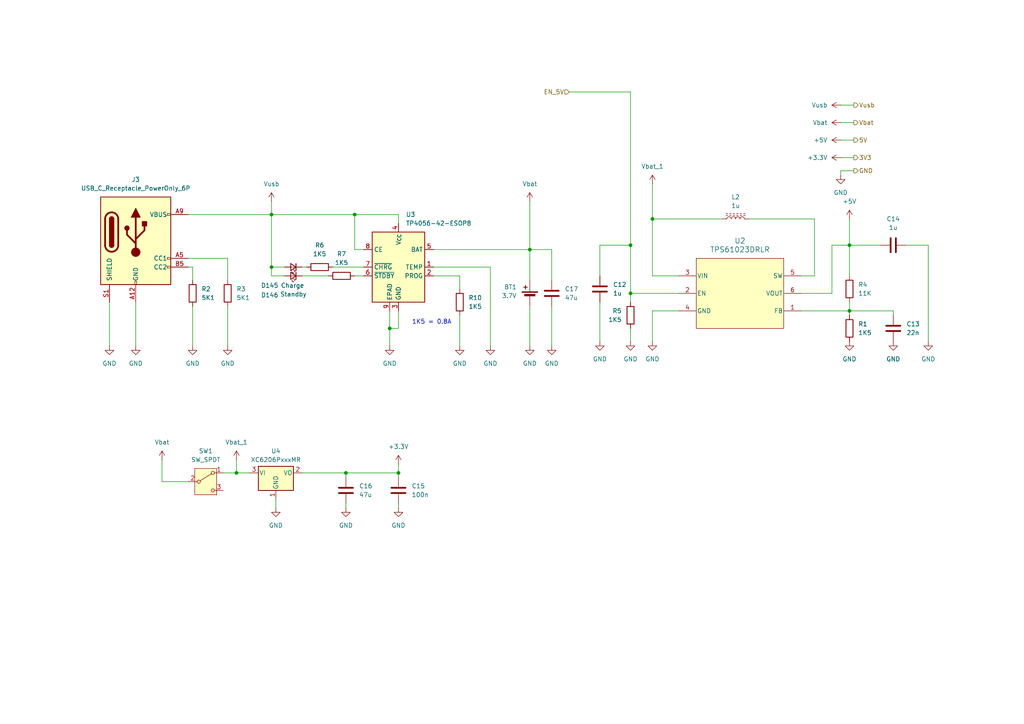
<source format=kicad_sch>
(kicad_sch (version 20250114) (generator "eeschema") (generator_version "9.0")
  (paper "A4")
  (lib_symbols
    (symbol "Battery_Management:TP4056-42-ESOP8"
      (property "Reference" "U" (at -6.604 11.684 0))
      (property "Value" "TP4056-42-ESOP8" (at 10.16 11.684 0))
      (symbol "TP4056-42-ESOP8_1_0"
        (pin input line (at -10.16 5.08 0) (length 2.54) (name "CE") (number "8"))
        (pin open_collector line (at -10.16 0 0) (length 2.54) (name "~{CHRG}") (number "7"))
        (pin open_collector line (at -10.16 -2.54 0) (length 2.54) (name "~{STDBY}") (number "6"))
        (pin passive line (at -2.54 -12.7 90) (length 2.54) (name "EPAD") (number "9"))
        (pin power_in line (at 0 12.7 270) (length 2.54) (name "V_{CC}") (number "4"))
        (pin power_in line (at 0 -12.7 90) (length 2.54) (name "GND") (number "3"))
        (pin power_out line (at 10.16 5.08 180) (length 2.54) (name "BAT") (number "5"))
        (pin input line (at 10.16 0 180) (length 2.54) (name "TEMP") (number "1"))
        (pin passive line (at 10.16 -2.54 180) (length 2.54) (name "PROG") (number "2"))
      )
      (symbol "TP4056-42-ESOP8_1_1"
        (rectangle (start -7.62 10.16) (end 7.62 -10.16) (stroke (width 0.254)) (fill (type background)))
      )
    )
    (symbol "Connector:USB_C_Receptacle_PowerOnly_6P" (pin_names (offset 1.016))
      (property "Reference" "J" (at 0 16.51 0))
      (property "Value" "USB_C_Receptacle_PowerOnly_6P" (at 0 13.97 0))
      (symbol "USB_C_Receptacle_PowerOnly_6P_0_0"
        (rectangle (start -0.254 -12.7) (end 0.254 -11.684))
        (rectangle (start 10.16 7.874) (end 9.144 7.366))
        (rectangle (start 10.16 -4.826) (end 9.144 -5.334))
        (rectangle (start 10.16 -7.366) (end 9.144 -7.874))
      )
      (symbol "USB_C_Receptacle_PowerOnly_6P_0_1"
        (rectangle (start -10.16 12.7) (end 10.16 -12.7) (stroke (width 0.254)) (fill (type background)))
        (polyline (pts (xy -8.89 -1.27) (xy -8.89 6.35)) (stroke (width 0.508)))
        (rectangle (start -7.62 -1.27) (end -6.35 6.35) (stroke (width 0.254)) (fill (type outline)))
        (arc (start -7.62 6.35) (mid -6.985 6.9823) (end -6.35 6.35) (stroke (width 0.254)))
        (arc (start -7.62 6.35) (mid -6.985 6.9823) (end -6.35 6.35) (stroke (width 0.254)) (fill (type outline)))
        (arc (start -8.89 6.35) (mid -6.985 8.2467) (end -5.08 6.35) (stroke (width 0.508)))
        (arc (start -5.08 -1.27) (mid -6.985 -3.1667) (end -8.89 -1.27) (stroke (width 0.508)))
        (arc (start -6.35 -1.27) (mid -6.985 -1.9023) (end -7.62 -1.27) (stroke (width 0.254)))
        (arc (start -6.35 -1.27) (mid -6.985 -1.9023) (end -7.62 -1.27) (stroke (width 0.254)) (fill (type outline)))
        (polyline (pts (xy -5.08 6.35) (xy -5.08 -1.27)) (stroke (width 0.508)))
        (circle (center -2.54 3.683) (radius 0.635) (stroke (width 0.254)) (fill (type outline)))
        (polyline (pts (xy -1.27 6.858) (xy 0 9.398) (xy 1.27 6.858) (xy -1.27 6.858)) (stroke (width 0.254)) (fill (type outline)))
        (polyline (pts (xy 0 0.508) (xy 2.54 3.048) (xy 2.54 4.318)) (stroke (width 0.508)))
        (polyline (pts (xy 0 -0.762) (xy -2.54 1.778) (xy -2.54 3.048)) (stroke (width 0.508)))
        (polyline (pts (xy 0 -3.302) (xy 0 6.858)) (stroke (width 0.508)))
        (circle (center 0 -3.302) (radius 1.27) (fill (type outline)))
        (rectangle (start 1.905 4.318) (end 3.175 5.588) (stroke (width 0.254)) (fill (type outline)))
      )
      (symbol "USB_C_Receptacle_PowerOnly_6P_1_1"
        (pin passive line (at -7.62 -17.78 90) (length 5.08) (name "SHIELD") (number "S1"))
        (pin passive line (at 0 -17.78 90) (length 5.08) (name "GND") (number "A12"))
        (pin passive line (at 0 -17.78 90) (length 5.08) (hide yes) (name "GND") (number "B12"))
        (pin passive line (at 15.24 7.62 180) (length 5.08) (name "VBUS") (number "A9"))
        (pin passive line (at 15.24 7.62 180) (length 5.08) (hide yes) (name "VBUS") (number "B9"))
        (pin bidirectional line (at 15.24 -5.08 180) (length 5.08) (name "CC1") (number "A5"))
        (pin bidirectional line (at 15.24 -7.62 180) (length 5.08) (name "CC2") (number "B5"))
      )
    )
    (symbol "Device:Battery_Cell" (pin_numbers (hide yes)) (pin_names (offset 0) (hide yes))
      (property "Reference" "BT" (at 2.54 2.54 0))
      (property "Value" "Battery_Cell" (at 2.54 0 0))
      (symbol "Battery_Cell_0_1"
        (rectangle (start -2.286 1.778) (end 2.286 1.524) (fill (type outline)))
        (rectangle (start -1.524 1.016) (end 1.524 0.508) (fill (type outline)))
        (polyline (pts (xy 0 1.778) (xy 0 2.54)))
        (polyline (pts (xy 0 0.762) (xy 0 0)))
        (polyline (pts (xy 0.762 3.048) (xy 1.778 3.048)) (stroke (width 0.254)))
        (polyline (pts (xy 1.27 3.556) (xy 1.27 2.54)) (stroke (width 0.254)))
      )
      (symbol "Battery_Cell_1_1"
        (pin passive line (at 0 5.08 270) (length 2.54) (name "+") (number "1"))
        (pin passive line (at 0 -2.54 90) (length 2.54) (name "-") (number "2"))
      )
    )
    (symbol "Device:C" (pin_numbers (hide yes)) (pin_names (offset 0.254))
      (property "Reference" "C" (at 0.635 2.54 0))
      (property "Value" "C" (at 0.635 -2.54 0))
      (symbol "C_0_1"
        (polyline (pts (xy -2.032 0.762) (xy 2.032 0.762)) (stroke (width 0.508)))
        (polyline (pts (xy -2.032 -0.762) (xy 2.032 -0.762)) (stroke (width 0.508)))
      )
      (symbol "C_1_1"
        (pin passive line (at 0 3.81 270) (length 2.794) (name "~") (number "1"))
        (pin passive line (at 0 -3.81 90) (length 2.794) (name "~") (number "2"))
      )
    )
    (symbol "Device:LED_Small" (pin_numbers (hide yes)) (pin_names (offset 0.254) (hide yes))
      (property "Reference" "D" (at -1.27 3.175 0))
      (property "Value" "LED_Small" (at -4.445 -2.54 0))
      (symbol "LED_Small_0_1"
        (polyline (pts (xy -0.762 -1.016) (xy -0.762 1.016)) (stroke (width 0.254)))
        (polyline (pts (xy 0 0.762) (xy -0.508 1.27) (xy -0.254 1.27) (xy -0.508 1.27) (xy -0.508 1.016)))
        (polyline (pts (xy 0.508 1.27) (xy 0 1.778) (xy 0.254 1.778) (xy 0 1.778) (xy 0 1.524)))
        (polyline (pts (xy 0.762 -1.016) (xy -0.762 0) (xy 0.762 1.016) (xy 0.762 -1.016)) (stroke (width 0.254)))
        (polyline (pts (xy 1.016 0) (xy -0.762 0)))
      )
      (symbol "LED_Small_1_1"
        (pin passive line (at -2.54 0 0) (length 1.778) (name "K") (number "1"))
        (pin passive line (at 2.54 0 180) (length 1.778) (name "A") (number "2"))
      )
    )
    (symbol "Device:L_Ferrite" (pin_numbers (hide yes)) (pin_names (offset 1.016) (hide yes))
      (property "Reference" "L" (at -1.27 0 90))
      (property "Value" "L_Ferrite" (at 2.794 0 90))
      (symbol "L_Ferrite_0_1"
        (arc (start 0 2.54) (mid 0.6323 1.905) (end 0 1.27))
        (arc (start 0 1.27) (mid 0.6323 0.635) (end 0 0))
        (arc (start 0 0) (mid 0.6323 -0.635) (end 0 -1.27))
        (arc (start 0 -1.27) (mid 0.6323 -1.905) (end 0 -2.54))
        (polyline (pts (xy 1.016 2.286) (xy 1.016 2.794)))
        (polyline (pts (xy 1.016 1.27) (xy 1.016 1.778)))
        (polyline (pts (xy 1.016 0.254) (xy 1.016 0.762)))
        (polyline (pts (xy 1.016 -0.762) (xy 1.016 -0.254)))
        (polyline (pts (xy 1.016 -1.778) (xy 1.016 -1.27)))
        (polyline (pts (xy 1.016 -2.794) (xy 1.016 -2.286)))
        (polyline (pts (xy 1.524 2.794) (xy 1.524 2.286)))
        (polyline (pts (xy 1.524 1.778) (xy 1.524 1.27)))
        (polyline (pts (xy 1.524 0.762) (xy 1.524 0.254)))
        (polyline (pts (xy 1.524 -0.254) (xy 1.524 -0.762)))
        (polyline (pts (xy 1.524 -1.27) (xy 1.524 -1.778)))
        (polyline (pts (xy 1.524 -2.286) (xy 1.524 -2.794)))
      )
      (symbol "L_Ferrite_1_1"
        (pin passive line (at 0 3.81 270) (length 1.27) (name "1") (number "1"))
        (pin passive line (at 0 -3.81 90) (length 1.27) (name "2") (number "2"))
      )
    )
    (symbol "Device:R" (pin_numbers (hide yes)) (pin_names (offset 0))
      (property "Reference" "R" (at 2.032 0 90))
      (property "Value" "R" (at 0 0 90))
      (symbol "R_0_1"
        (rectangle (start -1.016 -2.54) (end 1.016 2.54) (stroke (width 0.254)))
      )
      (symbol "R_1_1"
        (pin passive line (at 0 3.81 270) (length 1.27) (name "~") (number "1"))
        (pin passive line (at 0 -3.81 90) (length 1.27) (name "~") (number "2"))
      )
    )
    (symbol "GH_LIBRARIES:TPS61023DRLR" (pin_names (offset 0.254))
      (property "Reference" "U" (at 0 15.494 0))
      (property "Value" "TPS61023DRLR" (at 0 12.192 0))
      (symbol "TPS61023DRLR_0_1"
        (pin power_in line (at -17.78 5.08 0) (length 5.08) (name "VIN") (number "3"))
        (pin input line (at -17.78 0 0) (length 5.08) (name "EN") (number "2"))
        (pin power_in line (at -17.78 -5.08 0) (length 5.08) (name "GND") (number "4"))
        (pin power_in line (at 17.78 5.08 180) (length 5.08) (name "SW") (number "5"))
        (pin power_in line (at 17.78 0 180) (length 5.08) (name "VOUT") (number "6"))
        (pin input line (at 17.78 -5.08 180) (length 5.08) (name "FB") (number "1"))
      )
      (symbol "TPS61023DRLR_1_1"
        (rectangle (start -12.7 10.16) (end 12.7 -10.16) (fill (type background)))
      )
    )
    (symbol "Regulator_Linear:XC6206PxxxMR" (pin_names (offset 0.254))
      (property "Reference" "U" (at -3.81 3.175 0))
      (property "Value" "XC6206PxxxMR" (at 0 3.175 0))
      (symbol "XC6206PxxxMR_0_1"
        (rectangle (start -5.08 1.905) (end 5.08 -5.08) (stroke (width 0.254)) (fill (type background)))
      )
      (symbol "XC6206PxxxMR_1_1"
        (pin power_in line (at -7.62 0 0) (length 2.54) (name "VI") (number "3"))
        (pin power_in line (at 0 -7.62 90) (length 2.54) (name "GND") (number "1"))
        (pin power_out line (at 7.62 0 180) (length 2.54) (name "VO") (number "2"))
      )
    )
    (symbol "Switch:SW_SPDT" (pin_names (offset 0) (hide yes))
      (property "Reference" "SW" (at 0 5.08 0))
      (property "Value" "SW_SPDT" (at 0 -5.08 0))
      (symbol "SW_SPDT_0_1"
        (circle (center -2.032 0) (radius 0.4572))
        (polyline (pts (xy -1.651 0.254) (xy 1.651 2.286)))
        (circle (center 2.032 2.54) (radius 0.4572))
        (circle (center 2.032 -2.54) (radius 0.4572))
      )
      (symbol "SW_SPDT_1_1"
        (rectangle (start -3.175 3.81) (end 3.175 -3.81) (fill (type background)))
        (pin passive line (at -5.08 0 0) (length 2.54) (name "B") (number "2"))
        (pin passive line (at 5.08 2.54 180) (length 2.54) (name "A") (number "1"))
        (pin passive line (at 5.08 -2.54 180) (length 2.54) (name "C") (number "3"))
      )
    )
    (symbol "power:+3.3V" (power) (pin_numbers (hide yes)) (pin_names (offset 0) (hide yes))
      (property "Value" "+3.3V" (at 0 3.556 0))
      (symbol "+3.3V_0_1"
        (polyline (pts (xy -0.762 1.27) (xy 0 2.54)))
        (polyline (pts (xy 0 2.54) (xy 0.762 1.27)))
        (polyline (pts (xy 0 0) (xy 0 2.54)))
      )
      (symbol "+3.3V_1_1"
        (pin power_in line (at 0 0 90) (length 0) (name "~") (number "1"))
      )
    )
    (symbol "power:+5V" (power) (pin_numbers (hide yes)) (pin_names (offset 0) (hide yes))
      (property "Value" "+5V" (at 0 3.556 0))
      (symbol "+5V_0_1"
        (polyline (pts (xy -0.762 1.27) (xy 0 2.54)))
        (polyline (pts (xy 0 2.54) (xy 0.762 1.27)))
        (polyline (pts (xy 0 0) (xy 0 2.54)))
      )
      (symbol "+5V_1_1"
        (pin power_in line (at 0 0 90) (length 0) (name "~") (number "1"))
      )
    )
    (symbol "power:+BATT" (power) (pin_numbers (hide yes)) (pin_names (offset 0) (hide yes))
      (property "Value" "+BATT" (at 0 3.556 0))
      (symbol "+BATT_0_1"
        (polyline (pts (xy -0.762 1.27) (xy 0 2.54)))
        (polyline (pts (xy 0 2.54) (xy 0.762 1.27)))
        (polyline (pts (xy 0 0) (xy 0 2.54)))
      )
      (symbol "+BATT_1_1"
        (pin power_in line (at 0 0 90) (length 0) (name "~") (number "1"))
      )
    )
    (symbol "power:GND" (power) (pin_numbers (hide yes)) (pin_names (offset 0) (hide yes))
      (property "Value" "GND" (at 0 -3.81 0))
      (symbol "GND_0_1"
        (polyline (pts (xy 0 0) (xy 0 -1.27) (xy 1.27 -1.27) (xy 0 -2.54) (xy -1.27 -1.27) (xy 0 -1.27)))
      )
      (symbol "GND_1_1"
        (pin power_in line (at 0 0 270) (length 0) (name "~") (number "1"))
      )
    )
  )
  (text "1K5 = 0.8A" (at 125.222 93.472 0) (effects (font (size 1.27 1.27))))
  (junction (at 182.88 71.12))
  (junction (at 113.03 95.25))
  (junction (at 182.88 85.09))
  (junction (at 100.33 137.16))
  (junction (at 153.67 72.39))
  (junction (at 189.23 63.5))
  (junction (at 78.74 77.47))
  (junction (at 246.38 90.17))
  (junction (at 102.87 62.23))
  (junction (at 68.58 137.16))
  (junction (at 115.57 137.16))
  (junction (at 78.74 62.23))
  (junction (at 246.38 71.12))
  (wire (pts (xy 173.99 71.12) (xy 173.99 80.01)))
  (wire (pts (xy 133.35 83.82) (xy 133.35 80.01)))
  (wire (pts (xy 115.57 62.23) (xy 115.57 64.77)))
  (wire (pts (xy 87.63 80.01) (xy 95.25 80.01)))
  (wire (pts (xy 115.57 137.16) (xy 100.33 137.16)))
  (wire (pts (xy 189.23 99.06) (xy 189.23 90.17)))
  (wire (pts (xy 55.88 100.33) (xy 55.88 88.9)))
  (wire (pts (xy 243.84 49.53) (xy 243.84 50.8)))
  (wire (pts (xy 182.88 26.67) (xy 182.88 71.12)))
  (wire (pts (xy 113.03 95.25) (xy 113.03 100.33)))
  (wire (pts (xy 255.27 71.12) (xy 246.38 71.12)))
  (wire (pts (xy 54.61 77.47) (xy 55.88 77.47)))
  (wire (pts (xy 209.55 63.5) (xy 189.23 63.5)))
  (wire (pts (xy 241.3 85.09) (xy 241.3 71.12)))
  (wire (pts (xy 78.74 77.47) (xy 78.74 80.01)))
  (wire (pts (xy 39.37 100.33) (xy 39.37 87.63)))
  (wire (pts (xy 182.88 95.25) (xy 182.88 99.06)))
  (wire (pts (xy 182.88 71.12) (xy 182.88 85.09)))
  (wire (pts (xy 100.33 137.16) (xy 100.33 138.43)))
  (wire (pts (xy 232.41 85.09) (xy 241.3 85.09)))
  (wire (pts (xy 96.52 77.47) (xy 105.41 77.47)))
  (wire (pts (xy 78.74 80.01) (xy 82.55 80.01)))
  (wire (pts (xy 105.41 72.39) (xy 102.87 72.39)))
  (wire (pts (xy 182.88 85.09) (xy 196.85 85.09)))
  (wire (pts (xy 87.63 137.16) (xy 100.33 137.16)))
  (wire (pts (xy 189.23 53.34) (xy 189.23 63.5)))
  (wire (pts (xy 247.65 49.53) (xy 243.84 49.53)))
  (wire (pts (xy 100.33 147.32) (xy 100.33 146.05)))
  (wire (pts (xy 160.02 72.39) (xy 160.02 81.28)))
  (wire (pts (xy 68.58 133.35) (xy 68.58 137.16)))
  (wire (pts (xy 113.03 90.17) (xy 113.03 95.25)))
  (wire (pts (xy 66.04 100.33) (xy 66.04 88.9)))
  (wire (pts (xy 133.35 91.44) (xy 133.35 100.33)))
  (wire (pts (xy 243.84 30.48) (xy 247.65 30.48)))
  (wire (pts (xy 262.89 71.12) (xy 269.24 71.12)))
  (wire (pts (xy 236.22 80.01) (xy 236.22 63.5)))
  (wire (pts (xy 269.24 71.12) (xy 269.24 99.06)))
  (wire (pts (xy 54.61 74.93) (xy 66.04 74.93)))
  (wire (pts (xy 102.87 62.23) (xy 115.57 62.23)))
  (wire (pts (xy 55.88 77.47) (xy 55.88 81.28)))
  (wire (pts (xy 78.74 77.47) (xy 82.55 77.47)))
  (wire (pts (xy 259.08 90.17) (xy 259.08 91.44)))
  (wire (pts (xy 66.04 74.93) (xy 66.04 81.28)))
  (wire (pts (xy 46.99 133.35) (xy 46.99 139.7)))
  (wire (pts (xy 182.88 85.09) (xy 182.88 87.63)))
  (wire (pts (xy 236.22 63.5) (xy 217.17 63.5)))
  (wire (pts (xy 125.73 77.47) (xy 142.24 77.47)))
  (wire (pts (xy 189.23 63.5) (xy 189.23 80.01)))
  (wire (pts (xy 54.61 62.23) (xy 78.74 62.23)))
  (wire (pts (xy 232.41 90.17) (xy 246.38 90.17)))
  (wire (pts (xy 196.85 80.01) (xy 189.23 80.01)))
  (wire (pts (xy 243.84 40.64) (xy 247.65 40.64)))
  (wire (pts (xy 78.74 62.23) (xy 102.87 62.23)))
  (wire (pts (xy 160.02 72.39) (xy 153.67 72.39)))
  (wire (pts (xy 189.23 90.17) (xy 196.85 90.17)))
  (wire (pts (xy 246.38 63.5) (xy 246.38 71.12)))
  (wire (pts (xy 102.87 80.01) (xy 105.41 80.01)))
  (wire (pts (xy 165.1 26.67) (xy 182.88 26.67)))
  (wire (pts (xy 232.41 80.01) (xy 236.22 80.01)))
  (wire (pts (xy 160.02 100.33) (xy 160.02 88.9)))
  (wire (pts (xy 78.74 62.23) (xy 78.74 58.42)))
  (wire (pts (xy 153.67 72.39) (xy 153.67 81.28)))
  (wire (pts (xy 153.67 58.42) (xy 153.67 72.39)))
  (wire (pts (xy 80.01 144.78) (xy 80.01 147.32)))
  (wire (pts (xy 102.87 72.39) (xy 102.87 62.23)))
  (wire (pts (xy 173.99 87.63) (xy 173.99 99.06)))
  (wire (pts (xy 115.57 138.43) (xy 115.57 137.16)))
  (wire (pts (xy 125.73 80.01) (xy 133.35 80.01)))
  (wire (pts (xy 68.58 137.16) (xy 72.39 137.16)))
  (wire (pts (xy 246.38 90.17) (xy 259.08 90.17)))
  (wire (pts (xy 246.38 87.63) (xy 246.38 90.17)))
  (wire (pts (xy 246.38 90.17) (xy 246.38 91.44)))
  (wire (pts (xy 246.38 71.12) (xy 246.38 80.01)))
  (wire (pts (xy 142.24 77.47) (xy 142.24 100.33)))
  (wire (pts (xy 153.67 88.9) (xy 153.67 100.33)))
  (wire (pts (xy 241.3 71.12) (xy 246.38 71.12)))
  (wire (pts (xy 31.75 100.33) (xy 31.75 87.63)))
  (wire (pts (xy 115.57 147.32) (xy 115.57 146.05)))
  (wire (pts (xy 78.74 62.23) (xy 78.74 77.47)))
  (wire (pts (xy 243.84 35.56) (xy 247.65 35.56)))
  (wire (pts (xy 87.63 77.47) (xy 88.9 77.47)))
  (wire (pts (xy 64.77 137.16) (xy 68.58 137.16)))
  (wire (pts (xy 125.73 72.39) (xy 153.67 72.39)))
  (wire (pts (xy 115.57 95.25) (xy 113.03 95.25)))
  (wire (pts (xy 46.99 139.7) (xy 54.61 139.7)))
  (wire (pts (xy 115.57 134.62) (xy 115.57 137.16)))
  (wire (pts (xy 115.57 90.17) (xy 115.57 95.25)))
  (wire (pts (xy 173.99 71.12) (xy 182.88 71.12)))
  (wire (pts (xy 243.84 45.72) (xy 247.65 45.72)))
  (hierarchical_label "EN_5V" (shape input) (at 165.1 26.67 180))
  (hierarchical_label "Vusb" (shape output) (at 247.65 30.48 0))
  (hierarchical_label "5V" (shape output) (at 247.65 40.64 0))
  (hierarchical_label "3V3" (shape output) (at 247.65 45.72 0))
  (hierarchical_label "GND" (shape output) (at 247.65 49.53 0))
  (hierarchical_label "Vbat" (shape output) (at 247.65 35.56 0))
  (symbol (lib_id "Device:R") (at 246.38 83.82 0) (unit 1)
    (property "Reference" "R4" (at 248.92 82.5499 0) (effects (justify left)))
    (property "Value" "11K" (at 248.92 85.0899 0) (effects (justify left)))
    (property "Footprint" "Resistor_SMD:R_0603_1608Metric" (effects (hide yes)))
    (property "Description" "Resistor" (effects (hide yes)))
    (property "LCSC" "C2906986" (effects (hide yes)))
  )
  (symbol (lib_id "Device:LED_Small") (at 85.09 80.01 180) (unit 1)
    (property "Reference" "D146" (at 78.232 85.598 0))
    (property "Value" "Standby" (at 85.09 85.344 0))
    (property "Footprint" "LED_SMD:LED_0603_1608Metric" (effects (hide yes)))
    (property "Description" "Light emitting diode, small symbol" (effects (hide yes)))
    (property "Sim.Pin" "1=K 2=A" (effects (hide yes)))
    (property "LCSC" "C22371297" (effects (hide yes)))
  )
  (symbol (lib_id "power:GND") (at 160.02 100.33 0) (unit 1)
    (property "Reference" "#PWR0389" (effects (hide yes)))
    (property "Value" "GND" (at 160.02 105.41 0))
    (property "Description" "Power symbol creates a global label with name \"GND\" , ground" (effects (hide yes)))
  )
  (symbol (lib_id "Device:R") (at 66.04 85.09 0) (unit 1)
    (property "Reference" "R3" (at 68.58 83.8199 0) (effects (justify left)))
    (property "Value" "5K1" (at 68.58 86.3599 0) (effects (justify left)))
    (property "Footprint" "Resistor_SMD:R_0603_1608Metric" (effects (hide yes)))
    (property "Description" "Resistor" (effects (hide yes)))
    (property "LCSC" "C23186" (effects (hide yes)))
  )
  (symbol (lib_id "Device:C") (at 115.57 142.24 180) (unit 1)
    (property "Reference" "C15" (at 119.38 140.9699 0) (effects (justify right)))
    (property "Value" "100n" (at 119.38 143.5099 0) (effects (justify right)))
    (property "Footprint" "Capacitor_SMD:C_0402_1005Metric" (effects (hide yes)))
    (property "Description" "Unpolarized capacitor" (effects (hide yes)))
    (property "LCSC" "C1525" (effects (hide yes)))
  )
  (symbol (lib_id "power:+5V") (at 243.84 30.48 90) (unit 1)
    (property "Reference" "#PWR0375" (effects (hide yes)))
    (property "Value" "Vusb" (at 240.03 30.4799 90) (effects (justify left)))
    (property "Description" "Power symbol creates a global label with name \"+5V\"" (effects (hide yes)))
  )
  (symbol (lib_id "power:+BATT") (at 243.84 35.56 90) (unit 1)
    (property "Reference" "#PWR0374" (effects (hide yes)))
    (property "Value" "Vbat" (at 240.03 35.5599 90) (effects (justify left)))
    (property "Description" "Power symbol creates a global label with name \"+BATT\"" (effects (hide yes)))
  )
  (symbol (lib_id "Device:R") (at 246.38 95.25 0) (unit 1)
    (property "Reference" "R1" (at 248.92 93.9799 0) (effects (justify left)))
    (property "Value" "1K5" (at 248.92 96.5199 0) (effects (justify left)))
    (property "Footprint" "Resistor_SMD:R_0603_1608Metric" (effects (hide yes)))
    (property "Description" "Resistor" (effects (hide yes)))
    (property "LCSC" "C22843" (effects (hide yes)))
  )
  (symbol (lib_id "power:GND") (at 189.23 99.06 0) (unit 1)
    (property "Reference" "#PWR0367" (effects (hide yes)))
    (property "Value" "GND" (at 189.23 104.14 0))
    (property "Description" "Power symbol creates a global label with name \"GND\" , ground" (effects (hide yes)))
  )
  (symbol (lib_id "power:GND") (at 113.03 100.33 0) (unit 1)
    (property "Reference" "#PWR0362" (effects (hide yes)))
    (property "Value" "GND" (at 113.03 105.41 0))
    (property "Description" "Power symbol creates a global label with name \"GND\" , ground" (effects (hide yes)))
  )
  (symbol (lib_id "Device:C") (at 259.08 95.25 0) (unit 1)
    (property "Reference" "C13" (at 262.89 93.9799 0) (effects (justify left)))
    (property "Value" "22n" (at 262.89 96.5199 0) (effects (justify left)))
    (property "Footprint" "Capacitor_SMD:C_0402_1005Metric" (effects (hide yes)))
    (property "Description" "Unpolarized capacitor" (effects (hide yes)))
    (property "LCSC" "C337699" (effects (hide yes)))
  )
  (symbol (lib_id "Device:Battery_Cell") (at 153.67 86.36 0) (mirror y) (unit 1)
    (property "Reference" "BT1" (at 149.86 83.2484 0) (effects (justify left)))
    (property "Value" "3.7V" (at 149.86 85.7884 0) (effects (justify left)))
    (property "Footprint" "Connector_JST:JST_PH_S2B-PH-K_1x02_P2.00mm_Horizontal" (effects (hide yes)))
    (property "Description" "Single-cell battery" (effects (hide yes)))
    (property "LCSC" "C295747" (effects (hide yes)))
  )
  (symbol (lib_id "power:GND") (at 100.33 147.32 0) (unit 1)
    (property "Reference" "#PWR0381" (effects (hide yes)))
    (property "Value" "GND" (at 100.33 152.4 0))
    (property "Description" "Power symbol creates a global label with name \"GND\" , ground" (effects (hide yes)))
  )
  (symbol (lib_id "power:GND") (at 269.24 99.06 0) (unit 1)
    (property "Reference" "#PWR0373" (effects (hide yes)))
    (property "Value" "GND" (at 269.24 104.14 0))
    (property "Description" "Power symbol creates a global label with name \"GND\" , ground" (effects (hide yes)))
  )
  (symbol (lib_id "power:GND") (at 173.99 99.06 0) (unit 1)
    (property "Reference" "#PWR0371" (effects (hide yes)))
    (property "Value" "GND" (at 173.99 104.14 0))
    (property "Description" "Power symbol creates a global label with name \"GND\" , ground" (effects (hide yes)))
  )
  (symbol (lib_id "Device:C") (at 173.99 83.82 0) (unit 1)
    (property "Reference" "C12" (at 177.8 82.5499 0) (effects (justify left)))
    (property "Value" "1u" (at 177.8 85.0899 0) (effects (justify left)))
    (property "Footprint" "Capacitor_SMD:C_0402_1005Metric" (effects (hide yes)))
    (property "Description" "Unpolarized capacitor" (effects (hide yes)))
    (property "LCSC" "C14445" (effects (hide yes)))
  )
  (symbol (lib_id "power:+BATT") (at 153.67 58.42 0) (unit 1)
    (property "Reference" "#PWR0365" (effects (hide yes)))
    (property "Value" "Vbat" (at 153.67 53.34 0))
    (property "Description" "Power symbol creates a global label with name \"+BATT\"" (effects (hide yes)))
  )
  (symbol (lib_id "power:+BATT") (at 189.23 53.34 0) (unit 1)
    (property "Reference" "#PWR0390" (effects (hide yes)))
    (property "Value" "Vbat_1" (at 189.23 48.26 0))
    (property "Description" "Power symbol creates a global label with name \"+BATT\"" (effects (hide yes)))
  )
  (symbol (lib_id "power:+3.3V") (at 243.84 45.72 90) (unit 1)
    (property "Reference" "#PWR0383" (effects (hide yes)))
    (property "Value" "+3.3V" (at 240.03 45.7199 90) (effects (justify left)))
    (property "Description" "Power symbol creates a global label with name \"+3.3V\"" (effects (hide yes)))
  )
  (symbol (lib_id "Device:R") (at 182.88 91.44 0) (mirror y) (unit 1)
    (property "Reference" "R5" (at 180.34 90.1699 0) (effects (justify left)))
    (property "Value" "1K5" (at 180.34 92.7099 0) (effects (justify left)))
    (property "Footprint" "Resistor_SMD:R_0603_1608Metric" (effects (hide yes)))
    (property "Description" "Resistor" (effects (hide yes)))
    (property "LCSC" "C22843" (effects (hide yes)))
  )
  (symbol (lib_id "Device:C") (at 160.02 85.09 180) (unit 1)
    (property "Reference" "C17" (at 163.83 83.8199 0) (effects (justify right)))
    (property "Value" "47u" (at 163.83 86.3599 0) (effects (justify right)))
    (property "Footprint" "Capacitor_SMD:C_1206_3216Metric" (effects (hide yes)))
    (property "Description" "Unpolarized capacitor" (effects (hide yes)))
    (property "LCSC" "C68361" (effects (hide yes)))
  )
  (symbol (lib_id "Device:R") (at 55.88 85.09 0) (unit 1)
    (property "Reference" "R2" (at 58.42 83.8199 0) (effects (justify left)))
    (property "Value" "5K1" (at 58.42 86.3599 0) (effects (justify left)))
    (property "Footprint" "Resistor_SMD:R_0603_1608Metric" (effects (hide yes)))
    (property "Description" "Resistor" (effects (hide yes)))
    (property "LCSC" "C23186" (effects (hide yes)))
  )
  (symbol (lib_id "Connector:USB_C_Receptacle_PowerOnly_6P") (at 39.37 69.85 0) (unit 1)
    (property "Reference" "J3" (at 39.37 52.07 0))
    (property "Value" "USB_C_Receptacle_PowerOnly_6P" (at 39.37 54.61 0))
    (property "Footprint" "Connector_USB:USB_C_Receptacle_GCT_USB4125-xx-x-0190_6P_TopMnt_Horizontal" (effects (hide yes)))
    (property "Datasheet" "https://www.usb.org/sites/default/files/documents/usb_type-c.zip" (effects (hide yes)))
    (property "Description" "USB Power-Only 6P Type-C Receptacle connector" (effects (hide yes)))
    (property "LCSC" "C668623" (effects (hide yes)))
  )
  (symbol (lib_id "power:+5V") (at 78.74 58.42 0) (unit 1)
    (property "Reference" "#PWR0361" (effects (hide yes)))
    (property "Value" "Vusb" (at 78.74 53.34 0))
    (property "Description" "Power symbol creates a global label with name \"+5V\"" (effects (hide yes)))
  )
  (symbol (lib_id "power:GND") (at 80.01 147.32 0) (unit 1)
    (property "Reference" "#PWR0379" (effects (hide yes)))
    (property "Value" "GND" (at 80.01 152.4 0))
    (property "Description" "Power symbol creates a global label with name \"GND\" , ground" (effects (hide yes)))
  )
  (symbol (lib_id "power:+BATT") (at 68.58 133.35 0) (unit 1)
    (property "Reference" "#PWR0369" (effects (hide yes)))
    (property "Value" "Vbat_1" (at 68.58 128.27 0))
    (property "Description" "Power symbol creates a global label with name \"+BATT\"" (effects (hide yes)))
  )
  (symbol (lib_id "power:GND") (at 115.57 147.32 0) (unit 1)
    (property "Reference" "#PWR0382" (effects (hide yes)))
    (property "Value" "GND" (at 115.57 152.4 0))
    (property "Description" "Power symbol creates a global label with name \"GND\" , ground" (effects (hide yes)))
  )
  (symbol (lib_id "Device:C") (at 100.33 142.24 180) (unit 1)
    (property "Reference" "C16" (at 104.14 140.9699 0) (effects (justify right)))
    (property "Value" "47u" (at 104.14 143.5099 0) (effects (justify right)))
    (property "Footprint" "Capacitor_SMD:C_1206_3216Metric" (effects (hide yes)))
    (property "Description" "Unpolarized capacitor" (effects (hide yes)))
    (property "LCSC" "C68361" (effects (hide yes)))
  )
  (symbol (lib_id "power:+5V") (at 243.84 40.64 90) (unit 1)
    (property "Reference" "#PWR0377" (effects (hide yes)))
    (property "Value" "+5V" (at 240.03 40.6399 90) (effects (justify left)))
    (property "Description" "Power symbol creates a global label with name \"+5V\"" (effects (hide yes)))
  )
  (symbol (lib_id "power:GND") (at 243.84 50.8 0) (unit 1)
    (property "Reference" "#PWR0384" (effects (hide yes)))
    (property "Value" "GND" (at 243.84 55.88 0))
    (property "Description" "Power symbol creates a global label with name \"GND\" , ground" (effects (hide yes)))
  )
  (symbol (lib_id "power:GND") (at 55.88 100.33 0) (unit 1)
    (property "Reference" "#PWR0359" (effects (hide yes)))
    (property "Value" "GND" (at 55.88 105.41 0))
    (property "Description" "Power symbol creates a global label with name \"GND\" , ground" (effects (hide yes)))
  )
  (symbol (lib_id "Switch:SW_SPDT") (at 59.69 139.7 0) (unit 1)
    (property "Reference" "SW1" (at 59.69 130.81 0))
    (property "Value" "SW_SPDT" (at 59.69 133.35 0))
    (property "Footprint" "SK12D07VG4NSPA_CNK" (effects (hide yes)))
    (property "Description" "Switch, single pole double throw" (effects (hide yes)))
    (property "LCSC" "C431547" (effects (hide yes)))
  )
  (symbol (lib_id "power:GND") (at 142.24 100.33 0) (unit 1)
    (property "Reference" "#PWR0364" (effects (hide yes)))
    (property "Value" "GND" (at 142.24 105.41 0))
    (property "Description" "Power symbol creates a global label with name \"GND\" , ground" (effects (hide yes)))
  )
  (symbol (lib_id "power:GND") (at 259.08 99.06 0) (unit 1)
    (property "Reference" "#PWR0372" (effects (hide yes)))
    (property "Value" "GND" (at 259.08 104.14 0))
    (property "Description" "Power symbol creates a global label with name \"GND\" , ground" (effects (hide yes)))
  )
  (symbol (lib_id "power:GND") (at 182.88 99.06 0) (unit 1)
    (property "Reference" "#PWR0370" (effects (hide yes)))
    (property "Value" "GND" (at 182.88 104.14 0))
    (property "Description" "Power symbol creates a global label with name \"GND\" , ground" (effects (hide yes)))
  )
  (symbol (lib_id "Device:LED_Small") (at 85.09 77.47 180) (unit 1)
    (property "Reference" "D145" (at 78.232 82.804 0))
    (property "Value" "Charge" (at 84.836 82.804 0))
    (property "Footprint" "LED_SMD:LED_0603_1608Metric" (effects (hide yes)))
    (property "Description" "Light emitting diode, small symbol" (effects (hide yes)))
    (property "Sim.Pin" "1=K 2=A" (effects (hide yes)))
    (property "LCSC" "C19171390" (effects (hide yes)))
  )
  (symbol (lib_id "power:GND") (at 31.75 100.33 0) (unit 1)
    (property "Reference" "#PWR0357" (effects (hide yes)))
    (property "Value" "GND" (at 31.75 105.41 0))
    (property "Description" "Power symbol creates a global label with name \"GND\" , ground" (effects (hide yes)))
  )
  (symbol (lib_id "Device:R") (at 133.35 87.63 0) (unit 1)
    (property "Reference" "R10" (at 135.89 86.3599 0) (effects (justify left)))
    (property "Value" "1K5" (at 135.89 88.8999 0) (effects (justify left)))
    (property "Footprint" "Resistor_SMD:R_0603_1608Metric" (effects (hide yes)))
    (property "Description" "Resistor" (effects (hide yes)))
    (property "LCSC" "C22843" (effects (hide yes)))
  )
  (symbol (lib_id "power:GND") (at 246.38 99.06 0) (unit 1)
    (property "Reference" "#PWR0368" (effects (hide yes)))
    (property "Value" "GND" (at 246.38 104.14 0))
    (property "Description" "Power symbol creates a global label with name \"GND\" , ground" (effects (hide yes)))
  )
  (symbol (lib_id "power:+3.3V") (at 115.57 134.62 0) (unit 1)
    (property "Reference" "#PWR0380" (effects (hide yes)))
    (property "Value" "+3.3V" (at 115.57 129.54 0))
    (property "Description" "Power symbol creates a global label with name \"+3.3V\"" (effects (hide yes)))
  )
  (symbol (lib_id "Device:L_Ferrite") (at 213.36 63.5 90) (unit 1)
    (property "Reference" "L2" (at 213.36 57.15 90))
    (property "Value" "1u" (at 213.36 59.69 90))
    (property "Footprint" "Inductor_SMD:L_6.3x6.3_H3" (effects (hide yes)))
    (property "Description" "Inductor with ferrite core" (effects (hide yes)))
    (property "LCSC" "C5343973" (effects (hide yes)))
  )
  (symbol (lib_id "power:GND") (at 133.35 100.33 0) (unit 1)
    (property "Reference" "#PWR0363" (effects (hide yes)))
    (property "Value" "GND" (at 133.35 105.41 0))
    (property "Description" "Power symbol creates a global label with name \"GND\" , ground" (effects (hide yes)))
  )
  (symbol (lib_id "GH_LIBRARIES:TPS61023DRLR") (at 214.63 85.09 0) (unit 1)
    (property "Reference" "U2" (at 214.63 69.85 0) (effects (font (size 1.524 1.524))))
    (property "Value" "TPS61023DRLR" (at 214.63 72.39 0) (effects (font (size 1.524 1.524))))
    (property "Footprint" "DRL0006A" (effects (hide yes)))
    (property "Datasheet" "https://www.ti.com/lit/gpn/tps61023" (effects (hide yes)))
    (property "LCSC" "C919459" (effects (hide yes)))
  )
  (symbol (lib_id "Device:C") (at 259.08 71.12 90) (unit 1)
    (property "Reference" "C14" (at 259.08 63.5 90))
    (property "Value" "1u" (at 259.08 66.04 90))
    (property "Footprint" "Capacitor_SMD:C_0402_1005Metric" (effects (hide yes)))
    (property "Description" "Unpolarized capacitor" (effects (hide yes)))
    (property "LCSC" "C14445" (effects (hide yes)))
  )
  (symbol (lib_id "Battery_Management:TP4056-42-ESOP8") (at 115.57 77.47 0) (unit 1)
    (property "Reference" "U3" (at 117.7133 62.23 0) (effects (justify left)))
    (property "Value" "TP4056-42-ESOP8" (at 117.7133 64.77 0) (effects (justify left)))
    (property "Footprint" "Package_SO:SOIC-8-1EP_3.9x4.9mm_P1.27mm_EP2.41x3.3mm_ThermalVias" (effects (hide yes)))
    (property "Datasheet" "https://www.lcsc.com/datasheet/lcsc_datasheet_2410121619_TOPPOWER-Nanjing-Extension-Microelectronics-TP4056-42-ESOP8_C16581.pdf" (effects (hide yes)))
    (property "Description" "1A Standalone Linear Li-ion/LiPo single-cell battery charger, 4.2V ±1% charge voltage, VCC = 4.0..8.0V, SOIC-8 (SOP-8)" (effects (hide yes)))
    (property "LCSC" "C382139" (effects (hide yes)))
  )
  (symbol (lib_id "power:+5V") (at 246.38 63.5 0) (unit 1)
    (property "Reference" "#PWR0376" (effects (hide yes)))
    (property "Value" "+5V" (at 246.38 58.42 0))
    (property "Description" "Power symbol creates a global label with name \"+5V\"" (effects (hide yes)))
  )
  (symbol (lib_id "Device:R") (at 92.71 77.47 270) (unit 1)
    (property "Reference" "R6" (at 92.71 71.12 90))
    (property "Value" "1K5" (at 92.71 73.66 90))
    (property "Footprint" "Resistor_SMD:R_0603_1608Metric" (effects (hide yes)))
    (property "Description" "Resistor" (effects (hide yes)))
    (property "LCSC" "C22843" (effects (hide yes)))
  )
  (symbol (lib_id "power:GND") (at 66.04 100.33 0) (unit 1)
    (property "Reference" "#PWR0360" (effects (hide yes)))
    (property "Value" "GND" (at 66.04 105.41 0))
    (property "Description" "Power symbol creates a global label with name \"GND\" , ground" (effects (hide yes)))
  )
  (symbol (lib_id "Device:R") (at 99.06 80.01 270) (unit 1)
    (property "Reference" "R7" (at 99.06 73.66 90))
    (property "Value" "1K5" (at 99.06 76.2 90))
    (property "Footprint" "Resistor_SMD:R_0603_1608Metric" (effects (hide yes)))
    (property "Description" "Resistor" (effects (hide yes)))
    (property "LCSC" "C22843" (effects (hide yes)))
  )
  (symbol (lib_id "Regulator_Linear:XC6206PxxxMR") (at 80.01 137.16 0) (unit 1)
    (property "Reference" "U4" (at 80.01 130.81 0))
    (property "Value" "XC6206PxxxMR" (at 80.01 133.35 0))
    (property "Footprint" "Package_TO_SOT_SMD:SOT-23-3" (effects (hide yes)))
    (property "Datasheet" "https://www.torexsemi.com/file/xc6206/XC6206.pdf" (effects (hide yes)))
    (property "Description" "Positive 60-250mA Low Dropout Regulator, Fixed Output, SOT-23" (effects (hide yes)))
    (property "LCSC" "C5446" (effects (hide yes)))
  )
  (symbol (lib_id "power:GND") (at 39.37 100.33 0) (unit 1)
    (property "Reference" "#PWR0358" (effects (hide yes)))
    (property "Value" "GND" (at 39.37 105.41 0))
    (property "Description" "Power symbol creates a global label with name \"GND\" , ground" (effects (hide yes)))
  )
  (symbol (lib_id "power:GND") (at 153.67 100.33 0) (unit 1)
    (property "Reference" "#PWR0366" (effects (hide yes)))
    (property "Value" "GND" (at 153.67 105.41 0))
    (property "Description" "Power symbol creates a global label with name \"GND\" , ground" (effects (hide yes)))
  )
  (symbol (lib_id "power:+BATT") (at 46.99 133.35 0) (unit 1)
    (property "Reference" "#PWR0378" (effects (hide yes)))
    (property "Value" "Vbat" (at 46.99 128.27 0))
    (property "Description" "Power symbol creates a global label with name \"+BATT\"" (effects (hide yes)))
  )
)
</source>
